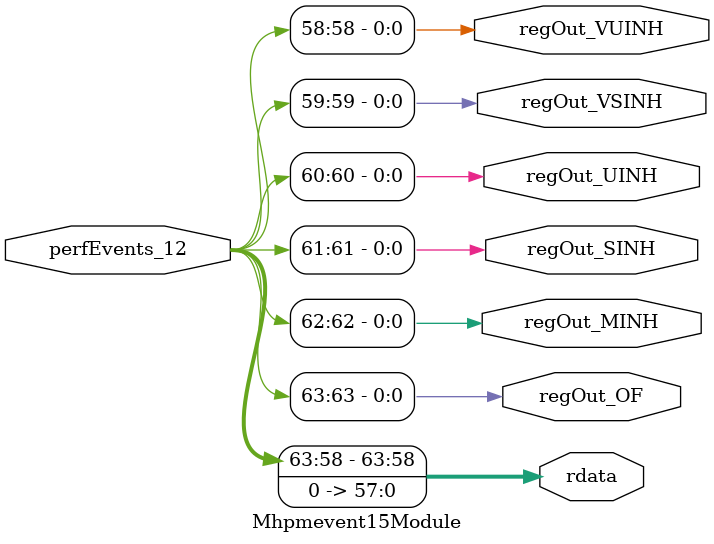
<source format=v>
`ifndef RANDOMIZE
  `ifdef RANDOMIZE_MEM_INIT
    `define RANDOMIZE
  `endif // RANDOMIZE_MEM_INIT
`endif // not def RANDOMIZE
`ifndef RANDOMIZE
  `ifdef RANDOMIZE_REG_INIT
    `define RANDOMIZE
  `endif // RANDOMIZE_REG_INIT
`endif // not def RANDOMIZE
`ifndef RANDOM
  `define RANDOM $random
`endif // not def RANDOM
// Users can define INIT_RANDOM as general code that gets injected into the
// initializer block for modules with registers.
`ifndef INIT_RANDOM
  `define INIT_RANDOM
`endif // not def INIT_RANDOM
// If using random initialization, you can also define RANDOMIZE_DELAY to
// customize the delay used, otherwise 0.002 is used.
`ifndef RANDOMIZE_DELAY
  `define RANDOMIZE_DELAY 0.002
`endif // not def RANDOMIZE_DELAY
// Define INIT_RANDOM_PROLOG_ for use in our modules below.
`ifndef INIT_RANDOM_PROLOG_
  `ifdef RANDOMIZE
    `ifdef VERILATOR
      `define INIT_RANDOM_PROLOG_ `INIT_RANDOM
    `else  // VERILATOR
      `define INIT_RANDOM_PROLOG_ `INIT_RANDOM #`RANDOMIZE_DELAY begin end
    `endif // VERILATOR
  `else  // RANDOMIZE
    `define INIT_RANDOM_PROLOG_
  `endif // RANDOMIZE
`endif // not def INIT_RANDOM_PROLOG_
// Include register initializers in init blocks unless synthesis is set
`ifndef SYNTHESIS
  `ifndef ENABLE_INITIAL_REG_
    `define ENABLE_INITIAL_REG_
  `endif // not def ENABLE_INITIAL_REG_
`endif // not def SYNTHESIS
// Include rmemory initializers in init blocks unless synthesis is set
`ifndef SYNTHESIS
  `ifndef ENABLE_INITIAL_MEM_
    `define ENABLE_INITIAL_MEM_
  `endif // not def ENABLE_INITIAL_MEM_
`endif // not def SYNTHESIS
module Mhpmevent15Module(
  output [63:0] rdata,
  output        regOut_OF,
  output        regOut_MINH,
  output        regOut_SINH,
  output        regOut_UINH,
  output        regOut_VSINH,
  output        regOut_VUINH,
  input  [63:0] perfEvents_12
);

  assign rdata = {perfEvents_12[63:58], 58'h0};
  assign regOut_OF = perfEvents_12[63];
  assign regOut_MINH = perfEvents_12[62];
  assign regOut_SINH = perfEvents_12[61];
  assign regOut_UINH = perfEvents_12[60];
  assign regOut_VSINH = perfEvents_12[59];
  assign regOut_VUINH = perfEvents_12[58];
endmodule


</source>
